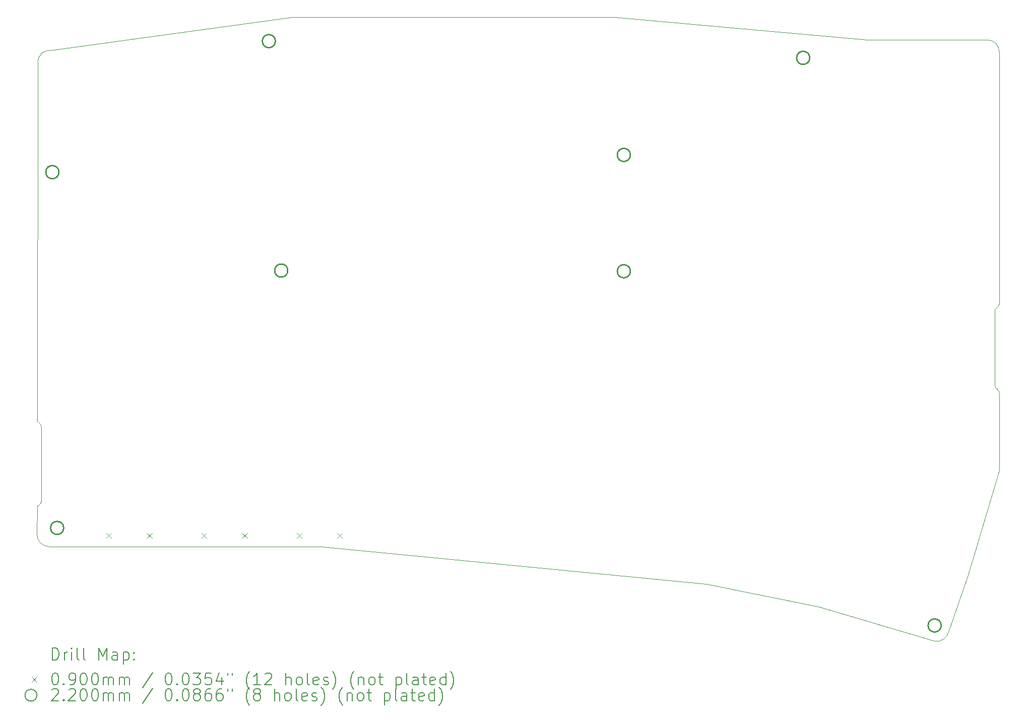
<source format=gbr>
%TF.GenerationSoftware,KiCad,Pcbnew,8.0.4+1*%
%TF.CreationDate,2024-08-17T00:02:33-04:00*%
%TF.ProjectId,iyada_baseplate,69796164-615f-4626-9173-65706c617465,rev?*%
%TF.SameCoordinates,Original*%
%TF.FileFunction,Drillmap*%
%TF.FilePolarity,Positive*%
%FSLAX45Y45*%
G04 Gerber Fmt 4.5, Leading zero omitted, Abs format (unit mm)*
G04 Created by KiCad (PCBNEW 8.0.4+1) date 2024-08-17 00:02:33*
%MOMM*%
%LPD*%
G01*
G04 APERTURE LIST*
%ADD10C,0.050000*%
%ADD11C,0.200000*%
%ADD12C,0.100000*%
%ADD13C,0.220000*%
G04 APERTURE END LIST*
D10*
X16633387Y-4293561D02*
X11295900Y-4293500D01*
X20100000Y-14201000D02*
X22050419Y-14777146D01*
X11258261Y-4297183D02*
X7184700Y-4851200D01*
X23108200Y-10548429D02*
G75*
G02*
X23067502Y-10484000I30650J64429D01*
G01*
X22613000Y-13670000D02*
X23140624Y-11903940D01*
X22939600Y-4676700D02*
X20923139Y-4676883D01*
X23140624Y-11903940D02*
X23138642Y-10606705D01*
X11753000Y-13195000D02*
X18209000Y-13820000D01*
X6973858Y-12548705D02*
G75*
G02*
X7014557Y-12484274I71342J5D01*
G01*
X23066154Y-9234000D02*
G75*
G02*
X23106853Y-9169571I71346J0D01*
G01*
X7003300Y-11111571D02*
G75*
G02*
X7043998Y-11176000I-30650J-64429D01*
G01*
X22613000Y-13670000D02*
X22287630Y-14623099D01*
X18209000Y-13820000D02*
X20100000Y-14201000D01*
X22287630Y-14623099D02*
G75*
G02*
X22050418Y-14777150I-195630J41579D01*
G01*
X7044500Y-11426000D02*
X7045000Y-12426000D01*
X6984700Y-5051200D02*
G75*
G02*
X7184700Y-4851200I200000J0D01*
G01*
X23066500Y-9234000D02*
X23067000Y-9484000D01*
X6972858Y-11053295D02*
X6984700Y-5051200D01*
X23108200Y-10548429D02*
G75*
G02*
X23138637Y-10606705I-40560J-58271D01*
G01*
X11258261Y-4297183D02*
G75*
G02*
X11295900Y-4293499I35989J-173577D01*
G01*
X22939600Y-4676700D02*
G75*
G02*
X23139600Y-4876700I0J-200000D01*
G01*
X7172229Y-13188821D02*
G75*
G02*
X6972229Y-12988821I1J200001D01*
G01*
X20923139Y-4676883D02*
X16671026Y-4297245D01*
X7044000Y-11176000D02*
X7044500Y-11426000D01*
X7172229Y-13188821D02*
X11753000Y-13195000D01*
X7045000Y-12426000D02*
G75*
G02*
X7014558Y-12484276I-71000J0D01*
G01*
X23067500Y-10484000D02*
X23067000Y-9484000D01*
X6973858Y-12548705D02*
X6972229Y-12988821D01*
X23137295Y-9111295D02*
X23139600Y-4876700D01*
X7003300Y-11111571D02*
G75*
G02*
X6972863Y-11053295I40560J58271D01*
G01*
X23137295Y-9111295D02*
G75*
G02*
X23106854Y-9169573I-70995J-5D01*
G01*
X16633387Y-4293561D02*
G75*
G02*
X16671026Y-4297245I1653J-177259D01*
G01*
D11*
D12*
X8133000Y-12962000D02*
X8223000Y-13052000D01*
X8223000Y-12962000D02*
X8133000Y-13052000D01*
X8133000Y-12962000D02*
X8223000Y-13052000D01*
X8223000Y-12962000D02*
X8133000Y-13052000D01*
X8813000Y-12962000D02*
X8903000Y-13052000D01*
X8903000Y-12962000D02*
X8813000Y-13052000D01*
X8813000Y-12962000D02*
X8903000Y-13052000D01*
X8903000Y-12962000D02*
X8813000Y-13052000D01*
X9733000Y-12962000D02*
X9823000Y-13052000D01*
X9823000Y-12962000D02*
X9733000Y-13052000D01*
X9733000Y-12962000D02*
X9823000Y-13052000D01*
X9823000Y-12962000D02*
X9733000Y-13052000D01*
X10413000Y-12962000D02*
X10503000Y-13052000D01*
X10503000Y-12962000D02*
X10413000Y-13052000D01*
X10413000Y-12962000D02*
X10503000Y-13052000D01*
X10503000Y-12962000D02*
X10413000Y-13052000D01*
X11333000Y-12962000D02*
X11423000Y-13052000D01*
X11423000Y-12962000D02*
X11333000Y-13052000D01*
X11333000Y-12962000D02*
X11423000Y-13052000D01*
X11423000Y-12962000D02*
X11333000Y-13052000D01*
X12013000Y-12962000D02*
X12103000Y-13052000D01*
X12103000Y-12962000D02*
X12013000Y-13052000D01*
X12013000Y-12962000D02*
X12103000Y-13052000D01*
X12103000Y-12962000D02*
X12013000Y-13052000D01*
D13*
X7339500Y-6898500D02*
G75*
G02*
X7119500Y-6898500I-110000J0D01*
G01*
X7119500Y-6898500D02*
G75*
G02*
X7339500Y-6898500I110000J0D01*
G01*
X7420000Y-12877000D02*
G75*
G02*
X7200000Y-12877000I-110000J0D01*
G01*
X7200000Y-12877000D02*
G75*
G02*
X7420000Y-12877000I110000J0D01*
G01*
X10977000Y-4697000D02*
G75*
G02*
X10757000Y-4697000I-110000J0D01*
G01*
X10757000Y-4697000D02*
G75*
G02*
X10977000Y-4697000I110000J0D01*
G01*
X11185000Y-8552000D02*
G75*
G02*
X10965000Y-8552000I-110000J0D01*
G01*
X10965000Y-8552000D02*
G75*
G02*
X11185000Y-8552000I110000J0D01*
G01*
X16941000Y-6609000D02*
G75*
G02*
X16721000Y-6609000I-110000J0D01*
G01*
X16721000Y-6609000D02*
G75*
G02*
X16941000Y-6609000I110000J0D01*
G01*
X16941000Y-8564000D02*
G75*
G02*
X16721000Y-8564000I-110000J0D01*
G01*
X16721000Y-8564000D02*
G75*
G02*
X16941000Y-8564000I110000J0D01*
G01*
X19954000Y-4977000D02*
G75*
G02*
X19734000Y-4977000I-110000J0D01*
G01*
X19734000Y-4977000D02*
G75*
G02*
X19954000Y-4977000I110000J0D01*
G01*
X22163000Y-14516000D02*
G75*
G02*
X21943000Y-14516000I-110000J0D01*
G01*
X21943000Y-14516000D02*
G75*
G02*
X22163000Y-14516000I110000J0D01*
G01*
D11*
X7230505Y-15095504D02*
X7230505Y-14895504D01*
X7230505Y-14895504D02*
X7278124Y-14895504D01*
X7278124Y-14895504D02*
X7306696Y-14905028D01*
X7306696Y-14905028D02*
X7325743Y-14924075D01*
X7325743Y-14924075D02*
X7335267Y-14943123D01*
X7335267Y-14943123D02*
X7344791Y-14981218D01*
X7344791Y-14981218D02*
X7344791Y-15009790D01*
X7344791Y-15009790D02*
X7335267Y-15047885D01*
X7335267Y-15047885D02*
X7325743Y-15066932D01*
X7325743Y-15066932D02*
X7306696Y-15085980D01*
X7306696Y-15085980D02*
X7278124Y-15095504D01*
X7278124Y-15095504D02*
X7230505Y-15095504D01*
X7430505Y-15095504D02*
X7430505Y-14962171D01*
X7430505Y-15000266D02*
X7440029Y-14981218D01*
X7440029Y-14981218D02*
X7449553Y-14971694D01*
X7449553Y-14971694D02*
X7468601Y-14962171D01*
X7468601Y-14962171D02*
X7487648Y-14962171D01*
X7554315Y-15095504D02*
X7554315Y-14962171D01*
X7554315Y-14895504D02*
X7544791Y-14905028D01*
X7544791Y-14905028D02*
X7554315Y-14914552D01*
X7554315Y-14914552D02*
X7563839Y-14905028D01*
X7563839Y-14905028D02*
X7554315Y-14895504D01*
X7554315Y-14895504D02*
X7554315Y-14914552D01*
X7678124Y-15095504D02*
X7659077Y-15085980D01*
X7659077Y-15085980D02*
X7649553Y-15066932D01*
X7649553Y-15066932D02*
X7649553Y-14895504D01*
X7782886Y-15095504D02*
X7763839Y-15085980D01*
X7763839Y-15085980D02*
X7754315Y-15066932D01*
X7754315Y-15066932D02*
X7754315Y-14895504D01*
X8011458Y-15095504D02*
X8011458Y-14895504D01*
X8011458Y-14895504D02*
X8078124Y-15038361D01*
X8078124Y-15038361D02*
X8144791Y-14895504D01*
X8144791Y-14895504D02*
X8144791Y-15095504D01*
X8325743Y-15095504D02*
X8325743Y-14990742D01*
X8325743Y-14990742D02*
X8316220Y-14971694D01*
X8316220Y-14971694D02*
X8297172Y-14962171D01*
X8297172Y-14962171D02*
X8259077Y-14962171D01*
X8259077Y-14962171D02*
X8240029Y-14971694D01*
X8325743Y-15085980D02*
X8306696Y-15095504D01*
X8306696Y-15095504D02*
X8259077Y-15095504D01*
X8259077Y-15095504D02*
X8240029Y-15085980D01*
X8240029Y-15085980D02*
X8230505Y-15066932D01*
X8230505Y-15066932D02*
X8230505Y-15047885D01*
X8230505Y-15047885D02*
X8240029Y-15028837D01*
X8240029Y-15028837D02*
X8259077Y-15019313D01*
X8259077Y-15019313D02*
X8306696Y-15019313D01*
X8306696Y-15019313D02*
X8325743Y-15009790D01*
X8420982Y-14962171D02*
X8420982Y-15162171D01*
X8420982Y-14971694D02*
X8440029Y-14962171D01*
X8440029Y-14962171D02*
X8478125Y-14962171D01*
X8478125Y-14962171D02*
X8497172Y-14971694D01*
X8497172Y-14971694D02*
X8506696Y-14981218D01*
X8506696Y-14981218D02*
X8516220Y-15000266D01*
X8516220Y-15000266D02*
X8516220Y-15057409D01*
X8516220Y-15057409D02*
X8506696Y-15076456D01*
X8506696Y-15076456D02*
X8497172Y-15085980D01*
X8497172Y-15085980D02*
X8478125Y-15095504D01*
X8478125Y-15095504D02*
X8440029Y-15095504D01*
X8440029Y-15095504D02*
X8420982Y-15085980D01*
X8601934Y-15076456D02*
X8611458Y-15085980D01*
X8611458Y-15085980D02*
X8601934Y-15095504D01*
X8601934Y-15095504D02*
X8592410Y-15085980D01*
X8592410Y-15085980D02*
X8601934Y-15076456D01*
X8601934Y-15076456D02*
X8601934Y-15095504D01*
X8601934Y-14971694D02*
X8611458Y-14981218D01*
X8611458Y-14981218D02*
X8601934Y-14990742D01*
X8601934Y-14990742D02*
X8592410Y-14981218D01*
X8592410Y-14981218D02*
X8601934Y-14971694D01*
X8601934Y-14971694D02*
X8601934Y-14990742D01*
D12*
X6879729Y-15379020D02*
X6969729Y-15469020D01*
X6969729Y-15379020D02*
X6879729Y-15469020D01*
D11*
X7268601Y-15315504D02*
X7287648Y-15315504D01*
X7287648Y-15315504D02*
X7306696Y-15325028D01*
X7306696Y-15325028D02*
X7316220Y-15334552D01*
X7316220Y-15334552D02*
X7325743Y-15353599D01*
X7325743Y-15353599D02*
X7335267Y-15391694D01*
X7335267Y-15391694D02*
X7335267Y-15439313D01*
X7335267Y-15439313D02*
X7325743Y-15477409D01*
X7325743Y-15477409D02*
X7316220Y-15496456D01*
X7316220Y-15496456D02*
X7306696Y-15505980D01*
X7306696Y-15505980D02*
X7287648Y-15515504D01*
X7287648Y-15515504D02*
X7268601Y-15515504D01*
X7268601Y-15515504D02*
X7249553Y-15505980D01*
X7249553Y-15505980D02*
X7240029Y-15496456D01*
X7240029Y-15496456D02*
X7230505Y-15477409D01*
X7230505Y-15477409D02*
X7220982Y-15439313D01*
X7220982Y-15439313D02*
X7220982Y-15391694D01*
X7220982Y-15391694D02*
X7230505Y-15353599D01*
X7230505Y-15353599D02*
X7240029Y-15334552D01*
X7240029Y-15334552D02*
X7249553Y-15325028D01*
X7249553Y-15325028D02*
X7268601Y-15315504D01*
X7420982Y-15496456D02*
X7430505Y-15505980D01*
X7430505Y-15505980D02*
X7420982Y-15515504D01*
X7420982Y-15515504D02*
X7411458Y-15505980D01*
X7411458Y-15505980D02*
X7420982Y-15496456D01*
X7420982Y-15496456D02*
X7420982Y-15515504D01*
X7525743Y-15515504D02*
X7563839Y-15515504D01*
X7563839Y-15515504D02*
X7582886Y-15505980D01*
X7582886Y-15505980D02*
X7592410Y-15496456D01*
X7592410Y-15496456D02*
X7611458Y-15467885D01*
X7611458Y-15467885D02*
X7620982Y-15429790D01*
X7620982Y-15429790D02*
X7620982Y-15353599D01*
X7620982Y-15353599D02*
X7611458Y-15334552D01*
X7611458Y-15334552D02*
X7601934Y-15325028D01*
X7601934Y-15325028D02*
X7582886Y-15315504D01*
X7582886Y-15315504D02*
X7544791Y-15315504D01*
X7544791Y-15315504D02*
X7525743Y-15325028D01*
X7525743Y-15325028D02*
X7516220Y-15334552D01*
X7516220Y-15334552D02*
X7506696Y-15353599D01*
X7506696Y-15353599D02*
X7506696Y-15401218D01*
X7506696Y-15401218D02*
X7516220Y-15420266D01*
X7516220Y-15420266D02*
X7525743Y-15429790D01*
X7525743Y-15429790D02*
X7544791Y-15439313D01*
X7544791Y-15439313D02*
X7582886Y-15439313D01*
X7582886Y-15439313D02*
X7601934Y-15429790D01*
X7601934Y-15429790D02*
X7611458Y-15420266D01*
X7611458Y-15420266D02*
X7620982Y-15401218D01*
X7744791Y-15315504D02*
X7763839Y-15315504D01*
X7763839Y-15315504D02*
X7782886Y-15325028D01*
X7782886Y-15325028D02*
X7792410Y-15334552D01*
X7792410Y-15334552D02*
X7801934Y-15353599D01*
X7801934Y-15353599D02*
X7811458Y-15391694D01*
X7811458Y-15391694D02*
X7811458Y-15439313D01*
X7811458Y-15439313D02*
X7801934Y-15477409D01*
X7801934Y-15477409D02*
X7792410Y-15496456D01*
X7792410Y-15496456D02*
X7782886Y-15505980D01*
X7782886Y-15505980D02*
X7763839Y-15515504D01*
X7763839Y-15515504D02*
X7744791Y-15515504D01*
X7744791Y-15515504D02*
X7725743Y-15505980D01*
X7725743Y-15505980D02*
X7716220Y-15496456D01*
X7716220Y-15496456D02*
X7706696Y-15477409D01*
X7706696Y-15477409D02*
X7697172Y-15439313D01*
X7697172Y-15439313D02*
X7697172Y-15391694D01*
X7697172Y-15391694D02*
X7706696Y-15353599D01*
X7706696Y-15353599D02*
X7716220Y-15334552D01*
X7716220Y-15334552D02*
X7725743Y-15325028D01*
X7725743Y-15325028D02*
X7744791Y-15315504D01*
X7935267Y-15315504D02*
X7954315Y-15315504D01*
X7954315Y-15315504D02*
X7973363Y-15325028D01*
X7973363Y-15325028D02*
X7982886Y-15334552D01*
X7982886Y-15334552D02*
X7992410Y-15353599D01*
X7992410Y-15353599D02*
X8001934Y-15391694D01*
X8001934Y-15391694D02*
X8001934Y-15439313D01*
X8001934Y-15439313D02*
X7992410Y-15477409D01*
X7992410Y-15477409D02*
X7982886Y-15496456D01*
X7982886Y-15496456D02*
X7973363Y-15505980D01*
X7973363Y-15505980D02*
X7954315Y-15515504D01*
X7954315Y-15515504D02*
X7935267Y-15515504D01*
X7935267Y-15515504D02*
X7916220Y-15505980D01*
X7916220Y-15505980D02*
X7906696Y-15496456D01*
X7906696Y-15496456D02*
X7897172Y-15477409D01*
X7897172Y-15477409D02*
X7887648Y-15439313D01*
X7887648Y-15439313D02*
X7887648Y-15391694D01*
X7887648Y-15391694D02*
X7897172Y-15353599D01*
X7897172Y-15353599D02*
X7906696Y-15334552D01*
X7906696Y-15334552D02*
X7916220Y-15325028D01*
X7916220Y-15325028D02*
X7935267Y-15315504D01*
X8087648Y-15515504D02*
X8087648Y-15382171D01*
X8087648Y-15401218D02*
X8097172Y-15391694D01*
X8097172Y-15391694D02*
X8116220Y-15382171D01*
X8116220Y-15382171D02*
X8144791Y-15382171D01*
X8144791Y-15382171D02*
X8163839Y-15391694D01*
X8163839Y-15391694D02*
X8173363Y-15410742D01*
X8173363Y-15410742D02*
X8173363Y-15515504D01*
X8173363Y-15410742D02*
X8182886Y-15391694D01*
X8182886Y-15391694D02*
X8201934Y-15382171D01*
X8201934Y-15382171D02*
X8230505Y-15382171D01*
X8230505Y-15382171D02*
X8249553Y-15391694D01*
X8249553Y-15391694D02*
X8259077Y-15410742D01*
X8259077Y-15410742D02*
X8259077Y-15515504D01*
X8354315Y-15515504D02*
X8354315Y-15382171D01*
X8354315Y-15401218D02*
X8363839Y-15391694D01*
X8363839Y-15391694D02*
X8382886Y-15382171D01*
X8382886Y-15382171D02*
X8411458Y-15382171D01*
X8411458Y-15382171D02*
X8430506Y-15391694D01*
X8430506Y-15391694D02*
X8440029Y-15410742D01*
X8440029Y-15410742D02*
X8440029Y-15515504D01*
X8440029Y-15410742D02*
X8449553Y-15391694D01*
X8449553Y-15391694D02*
X8468601Y-15382171D01*
X8468601Y-15382171D02*
X8497172Y-15382171D01*
X8497172Y-15382171D02*
X8516220Y-15391694D01*
X8516220Y-15391694D02*
X8525744Y-15410742D01*
X8525744Y-15410742D02*
X8525744Y-15515504D01*
X8916220Y-15305980D02*
X8744791Y-15563123D01*
X9173363Y-15315504D02*
X9192410Y-15315504D01*
X9192410Y-15315504D02*
X9211458Y-15325028D01*
X9211458Y-15325028D02*
X9220982Y-15334552D01*
X9220982Y-15334552D02*
X9230506Y-15353599D01*
X9230506Y-15353599D02*
X9240029Y-15391694D01*
X9240029Y-15391694D02*
X9240029Y-15439313D01*
X9240029Y-15439313D02*
X9230506Y-15477409D01*
X9230506Y-15477409D02*
X9220982Y-15496456D01*
X9220982Y-15496456D02*
X9211458Y-15505980D01*
X9211458Y-15505980D02*
X9192410Y-15515504D01*
X9192410Y-15515504D02*
X9173363Y-15515504D01*
X9173363Y-15515504D02*
X9154315Y-15505980D01*
X9154315Y-15505980D02*
X9144791Y-15496456D01*
X9144791Y-15496456D02*
X9135268Y-15477409D01*
X9135268Y-15477409D02*
X9125744Y-15439313D01*
X9125744Y-15439313D02*
X9125744Y-15391694D01*
X9125744Y-15391694D02*
X9135268Y-15353599D01*
X9135268Y-15353599D02*
X9144791Y-15334552D01*
X9144791Y-15334552D02*
X9154315Y-15325028D01*
X9154315Y-15325028D02*
X9173363Y-15315504D01*
X9325744Y-15496456D02*
X9335268Y-15505980D01*
X9335268Y-15505980D02*
X9325744Y-15515504D01*
X9325744Y-15515504D02*
X9316220Y-15505980D01*
X9316220Y-15505980D02*
X9325744Y-15496456D01*
X9325744Y-15496456D02*
X9325744Y-15515504D01*
X9459077Y-15315504D02*
X9478125Y-15315504D01*
X9478125Y-15315504D02*
X9497172Y-15325028D01*
X9497172Y-15325028D02*
X9506696Y-15334552D01*
X9506696Y-15334552D02*
X9516220Y-15353599D01*
X9516220Y-15353599D02*
X9525744Y-15391694D01*
X9525744Y-15391694D02*
X9525744Y-15439313D01*
X9525744Y-15439313D02*
X9516220Y-15477409D01*
X9516220Y-15477409D02*
X9506696Y-15496456D01*
X9506696Y-15496456D02*
X9497172Y-15505980D01*
X9497172Y-15505980D02*
X9478125Y-15515504D01*
X9478125Y-15515504D02*
X9459077Y-15515504D01*
X9459077Y-15515504D02*
X9440029Y-15505980D01*
X9440029Y-15505980D02*
X9430506Y-15496456D01*
X9430506Y-15496456D02*
X9420982Y-15477409D01*
X9420982Y-15477409D02*
X9411458Y-15439313D01*
X9411458Y-15439313D02*
X9411458Y-15391694D01*
X9411458Y-15391694D02*
X9420982Y-15353599D01*
X9420982Y-15353599D02*
X9430506Y-15334552D01*
X9430506Y-15334552D02*
X9440029Y-15325028D01*
X9440029Y-15325028D02*
X9459077Y-15315504D01*
X9592410Y-15315504D02*
X9716220Y-15315504D01*
X9716220Y-15315504D02*
X9649553Y-15391694D01*
X9649553Y-15391694D02*
X9678125Y-15391694D01*
X9678125Y-15391694D02*
X9697172Y-15401218D01*
X9697172Y-15401218D02*
X9706696Y-15410742D01*
X9706696Y-15410742D02*
X9716220Y-15429790D01*
X9716220Y-15429790D02*
X9716220Y-15477409D01*
X9716220Y-15477409D02*
X9706696Y-15496456D01*
X9706696Y-15496456D02*
X9697172Y-15505980D01*
X9697172Y-15505980D02*
X9678125Y-15515504D01*
X9678125Y-15515504D02*
X9620982Y-15515504D01*
X9620982Y-15515504D02*
X9601934Y-15505980D01*
X9601934Y-15505980D02*
X9592410Y-15496456D01*
X9897172Y-15315504D02*
X9801934Y-15315504D01*
X9801934Y-15315504D02*
X9792410Y-15410742D01*
X9792410Y-15410742D02*
X9801934Y-15401218D01*
X9801934Y-15401218D02*
X9820982Y-15391694D01*
X9820982Y-15391694D02*
X9868601Y-15391694D01*
X9868601Y-15391694D02*
X9887649Y-15401218D01*
X9887649Y-15401218D02*
X9897172Y-15410742D01*
X9897172Y-15410742D02*
X9906696Y-15429790D01*
X9906696Y-15429790D02*
X9906696Y-15477409D01*
X9906696Y-15477409D02*
X9897172Y-15496456D01*
X9897172Y-15496456D02*
X9887649Y-15505980D01*
X9887649Y-15505980D02*
X9868601Y-15515504D01*
X9868601Y-15515504D02*
X9820982Y-15515504D01*
X9820982Y-15515504D02*
X9801934Y-15505980D01*
X9801934Y-15505980D02*
X9792410Y-15496456D01*
X10078125Y-15382171D02*
X10078125Y-15515504D01*
X10030506Y-15305980D02*
X9982887Y-15448837D01*
X9982887Y-15448837D02*
X10106696Y-15448837D01*
X10173363Y-15315504D02*
X10173363Y-15353599D01*
X10249553Y-15315504D02*
X10249553Y-15353599D01*
X10544792Y-15591694D02*
X10535268Y-15582171D01*
X10535268Y-15582171D02*
X10516220Y-15553599D01*
X10516220Y-15553599D02*
X10506696Y-15534552D01*
X10506696Y-15534552D02*
X10497172Y-15505980D01*
X10497172Y-15505980D02*
X10487649Y-15458361D01*
X10487649Y-15458361D02*
X10487649Y-15420266D01*
X10487649Y-15420266D02*
X10497172Y-15372647D01*
X10497172Y-15372647D02*
X10506696Y-15344075D01*
X10506696Y-15344075D02*
X10516220Y-15325028D01*
X10516220Y-15325028D02*
X10535268Y-15296456D01*
X10535268Y-15296456D02*
X10544792Y-15286932D01*
X10725744Y-15515504D02*
X10611458Y-15515504D01*
X10668601Y-15515504D02*
X10668601Y-15315504D01*
X10668601Y-15315504D02*
X10649553Y-15344075D01*
X10649553Y-15344075D02*
X10630506Y-15363123D01*
X10630506Y-15363123D02*
X10611458Y-15372647D01*
X10801934Y-15334552D02*
X10811458Y-15325028D01*
X10811458Y-15325028D02*
X10830506Y-15315504D01*
X10830506Y-15315504D02*
X10878125Y-15315504D01*
X10878125Y-15315504D02*
X10897172Y-15325028D01*
X10897172Y-15325028D02*
X10906696Y-15334552D01*
X10906696Y-15334552D02*
X10916220Y-15353599D01*
X10916220Y-15353599D02*
X10916220Y-15372647D01*
X10916220Y-15372647D02*
X10906696Y-15401218D01*
X10906696Y-15401218D02*
X10792411Y-15515504D01*
X10792411Y-15515504D02*
X10916220Y-15515504D01*
X11154315Y-15515504D02*
X11154315Y-15315504D01*
X11240030Y-15515504D02*
X11240030Y-15410742D01*
X11240030Y-15410742D02*
X11230506Y-15391694D01*
X11230506Y-15391694D02*
X11211458Y-15382171D01*
X11211458Y-15382171D02*
X11182887Y-15382171D01*
X11182887Y-15382171D02*
X11163839Y-15391694D01*
X11163839Y-15391694D02*
X11154315Y-15401218D01*
X11363839Y-15515504D02*
X11344791Y-15505980D01*
X11344791Y-15505980D02*
X11335268Y-15496456D01*
X11335268Y-15496456D02*
X11325744Y-15477409D01*
X11325744Y-15477409D02*
X11325744Y-15420266D01*
X11325744Y-15420266D02*
X11335268Y-15401218D01*
X11335268Y-15401218D02*
X11344791Y-15391694D01*
X11344791Y-15391694D02*
X11363839Y-15382171D01*
X11363839Y-15382171D02*
X11392411Y-15382171D01*
X11392411Y-15382171D02*
X11411458Y-15391694D01*
X11411458Y-15391694D02*
X11420982Y-15401218D01*
X11420982Y-15401218D02*
X11430506Y-15420266D01*
X11430506Y-15420266D02*
X11430506Y-15477409D01*
X11430506Y-15477409D02*
X11420982Y-15496456D01*
X11420982Y-15496456D02*
X11411458Y-15505980D01*
X11411458Y-15505980D02*
X11392411Y-15515504D01*
X11392411Y-15515504D02*
X11363839Y-15515504D01*
X11544791Y-15515504D02*
X11525744Y-15505980D01*
X11525744Y-15505980D02*
X11516220Y-15486932D01*
X11516220Y-15486932D02*
X11516220Y-15315504D01*
X11697172Y-15505980D02*
X11678125Y-15515504D01*
X11678125Y-15515504D02*
X11640030Y-15515504D01*
X11640030Y-15515504D02*
X11620982Y-15505980D01*
X11620982Y-15505980D02*
X11611458Y-15486932D01*
X11611458Y-15486932D02*
X11611458Y-15410742D01*
X11611458Y-15410742D02*
X11620982Y-15391694D01*
X11620982Y-15391694D02*
X11640030Y-15382171D01*
X11640030Y-15382171D02*
X11678125Y-15382171D01*
X11678125Y-15382171D02*
X11697172Y-15391694D01*
X11697172Y-15391694D02*
X11706696Y-15410742D01*
X11706696Y-15410742D02*
X11706696Y-15429790D01*
X11706696Y-15429790D02*
X11611458Y-15448837D01*
X11782887Y-15505980D02*
X11801934Y-15515504D01*
X11801934Y-15515504D02*
X11840030Y-15515504D01*
X11840030Y-15515504D02*
X11859077Y-15505980D01*
X11859077Y-15505980D02*
X11868601Y-15486932D01*
X11868601Y-15486932D02*
X11868601Y-15477409D01*
X11868601Y-15477409D02*
X11859077Y-15458361D01*
X11859077Y-15458361D02*
X11840030Y-15448837D01*
X11840030Y-15448837D02*
X11811458Y-15448837D01*
X11811458Y-15448837D02*
X11792411Y-15439313D01*
X11792411Y-15439313D02*
X11782887Y-15420266D01*
X11782887Y-15420266D02*
X11782887Y-15410742D01*
X11782887Y-15410742D02*
X11792411Y-15391694D01*
X11792411Y-15391694D02*
X11811458Y-15382171D01*
X11811458Y-15382171D02*
X11840030Y-15382171D01*
X11840030Y-15382171D02*
X11859077Y-15391694D01*
X11935268Y-15591694D02*
X11944792Y-15582171D01*
X11944792Y-15582171D02*
X11963839Y-15553599D01*
X11963839Y-15553599D02*
X11973363Y-15534552D01*
X11973363Y-15534552D02*
X11982887Y-15505980D01*
X11982887Y-15505980D02*
X11992411Y-15458361D01*
X11992411Y-15458361D02*
X11992411Y-15420266D01*
X11992411Y-15420266D02*
X11982887Y-15372647D01*
X11982887Y-15372647D02*
X11973363Y-15344075D01*
X11973363Y-15344075D02*
X11963839Y-15325028D01*
X11963839Y-15325028D02*
X11944792Y-15296456D01*
X11944792Y-15296456D02*
X11935268Y-15286932D01*
X12297173Y-15591694D02*
X12287649Y-15582171D01*
X12287649Y-15582171D02*
X12268601Y-15553599D01*
X12268601Y-15553599D02*
X12259077Y-15534552D01*
X12259077Y-15534552D02*
X12249553Y-15505980D01*
X12249553Y-15505980D02*
X12240030Y-15458361D01*
X12240030Y-15458361D02*
X12240030Y-15420266D01*
X12240030Y-15420266D02*
X12249553Y-15372647D01*
X12249553Y-15372647D02*
X12259077Y-15344075D01*
X12259077Y-15344075D02*
X12268601Y-15325028D01*
X12268601Y-15325028D02*
X12287649Y-15296456D01*
X12287649Y-15296456D02*
X12297173Y-15286932D01*
X12373363Y-15382171D02*
X12373363Y-15515504D01*
X12373363Y-15401218D02*
X12382887Y-15391694D01*
X12382887Y-15391694D02*
X12401934Y-15382171D01*
X12401934Y-15382171D02*
X12430506Y-15382171D01*
X12430506Y-15382171D02*
X12449553Y-15391694D01*
X12449553Y-15391694D02*
X12459077Y-15410742D01*
X12459077Y-15410742D02*
X12459077Y-15515504D01*
X12582887Y-15515504D02*
X12563839Y-15505980D01*
X12563839Y-15505980D02*
X12554315Y-15496456D01*
X12554315Y-15496456D02*
X12544792Y-15477409D01*
X12544792Y-15477409D02*
X12544792Y-15420266D01*
X12544792Y-15420266D02*
X12554315Y-15401218D01*
X12554315Y-15401218D02*
X12563839Y-15391694D01*
X12563839Y-15391694D02*
X12582887Y-15382171D01*
X12582887Y-15382171D02*
X12611458Y-15382171D01*
X12611458Y-15382171D02*
X12630506Y-15391694D01*
X12630506Y-15391694D02*
X12640030Y-15401218D01*
X12640030Y-15401218D02*
X12649553Y-15420266D01*
X12649553Y-15420266D02*
X12649553Y-15477409D01*
X12649553Y-15477409D02*
X12640030Y-15496456D01*
X12640030Y-15496456D02*
X12630506Y-15505980D01*
X12630506Y-15505980D02*
X12611458Y-15515504D01*
X12611458Y-15515504D02*
X12582887Y-15515504D01*
X12706696Y-15382171D02*
X12782887Y-15382171D01*
X12735268Y-15315504D02*
X12735268Y-15486932D01*
X12735268Y-15486932D02*
X12744792Y-15505980D01*
X12744792Y-15505980D02*
X12763839Y-15515504D01*
X12763839Y-15515504D02*
X12782887Y-15515504D01*
X13001934Y-15382171D02*
X13001934Y-15582171D01*
X13001934Y-15391694D02*
X13020982Y-15382171D01*
X13020982Y-15382171D02*
X13059077Y-15382171D01*
X13059077Y-15382171D02*
X13078125Y-15391694D01*
X13078125Y-15391694D02*
X13087649Y-15401218D01*
X13087649Y-15401218D02*
X13097173Y-15420266D01*
X13097173Y-15420266D02*
X13097173Y-15477409D01*
X13097173Y-15477409D02*
X13087649Y-15496456D01*
X13087649Y-15496456D02*
X13078125Y-15505980D01*
X13078125Y-15505980D02*
X13059077Y-15515504D01*
X13059077Y-15515504D02*
X13020982Y-15515504D01*
X13020982Y-15515504D02*
X13001934Y-15505980D01*
X13211458Y-15515504D02*
X13192411Y-15505980D01*
X13192411Y-15505980D02*
X13182887Y-15486932D01*
X13182887Y-15486932D02*
X13182887Y-15315504D01*
X13373363Y-15515504D02*
X13373363Y-15410742D01*
X13373363Y-15410742D02*
X13363839Y-15391694D01*
X13363839Y-15391694D02*
X13344792Y-15382171D01*
X13344792Y-15382171D02*
X13306696Y-15382171D01*
X13306696Y-15382171D02*
X13287649Y-15391694D01*
X13373363Y-15505980D02*
X13354315Y-15515504D01*
X13354315Y-15515504D02*
X13306696Y-15515504D01*
X13306696Y-15515504D02*
X13287649Y-15505980D01*
X13287649Y-15505980D02*
X13278125Y-15486932D01*
X13278125Y-15486932D02*
X13278125Y-15467885D01*
X13278125Y-15467885D02*
X13287649Y-15448837D01*
X13287649Y-15448837D02*
X13306696Y-15439313D01*
X13306696Y-15439313D02*
X13354315Y-15439313D01*
X13354315Y-15439313D02*
X13373363Y-15429790D01*
X13440030Y-15382171D02*
X13516220Y-15382171D01*
X13468601Y-15315504D02*
X13468601Y-15486932D01*
X13468601Y-15486932D02*
X13478125Y-15505980D01*
X13478125Y-15505980D02*
X13497173Y-15515504D01*
X13497173Y-15515504D02*
X13516220Y-15515504D01*
X13659077Y-15505980D02*
X13640030Y-15515504D01*
X13640030Y-15515504D02*
X13601934Y-15515504D01*
X13601934Y-15515504D02*
X13582887Y-15505980D01*
X13582887Y-15505980D02*
X13573363Y-15486932D01*
X13573363Y-15486932D02*
X13573363Y-15410742D01*
X13573363Y-15410742D02*
X13582887Y-15391694D01*
X13582887Y-15391694D02*
X13601934Y-15382171D01*
X13601934Y-15382171D02*
X13640030Y-15382171D01*
X13640030Y-15382171D02*
X13659077Y-15391694D01*
X13659077Y-15391694D02*
X13668601Y-15410742D01*
X13668601Y-15410742D02*
X13668601Y-15429790D01*
X13668601Y-15429790D02*
X13573363Y-15448837D01*
X13840030Y-15515504D02*
X13840030Y-15315504D01*
X13840030Y-15505980D02*
X13820982Y-15515504D01*
X13820982Y-15515504D02*
X13782887Y-15515504D01*
X13782887Y-15515504D02*
X13763839Y-15505980D01*
X13763839Y-15505980D02*
X13754315Y-15496456D01*
X13754315Y-15496456D02*
X13744792Y-15477409D01*
X13744792Y-15477409D02*
X13744792Y-15420266D01*
X13744792Y-15420266D02*
X13754315Y-15401218D01*
X13754315Y-15401218D02*
X13763839Y-15391694D01*
X13763839Y-15391694D02*
X13782887Y-15382171D01*
X13782887Y-15382171D02*
X13820982Y-15382171D01*
X13820982Y-15382171D02*
X13840030Y-15391694D01*
X13916220Y-15591694D02*
X13925744Y-15582171D01*
X13925744Y-15582171D02*
X13944792Y-15553599D01*
X13944792Y-15553599D02*
X13954315Y-15534552D01*
X13954315Y-15534552D02*
X13963839Y-15505980D01*
X13963839Y-15505980D02*
X13973363Y-15458361D01*
X13973363Y-15458361D02*
X13973363Y-15420266D01*
X13973363Y-15420266D02*
X13963839Y-15372647D01*
X13963839Y-15372647D02*
X13954315Y-15344075D01*
X13954315Y-15344075D02*
X13944792Y-15325028D01*
X13944792Y-15325028D02*
X13925744Y-15296456D01*
X13925744Y-15296456D02*
X13916220Y-15286932D01*
X6969729Y-15688020D02*
G75*
G02*
X6769729Y-15688020I-100000J0D01*
G01*
X6769729Y-15688020D02*
G75*
G02*
X6969729Y-15688020I100000J0D01*
G01*
X7220982Y-15598552D02*
X7230505Y-15589028D01*
X7230505Y-15589028D02*
X7249553Y-15579504D01*
X7249553Y-15579504D02*
X7297172Y-15579504D01*
X7297172Y-15579504D02*
X7316220Y-15589028D01*
X7316220Y-15589028D02*
X7325743Y-15598552D01*
X7325743Y-15598552D02*
X7335267Y-15617599D01*
X7335267Y-15617599D02*
X7335267Y-15636647D01*
X7335267Y-15636647D02*
X7325743Y-15665218D01*
X7325743Y-15665218D02*
X7211458Y-15779504D01*
X7211458Y-15779504D02*
X7335267Y-15779504D01*
X7420982Y-15760456D02*
X7430505Y-15769980D01*
X7430505Y-15769980D02*
X7420982Y-15779504D01*
X7420982Y-15779504D02*
X7411458Y-15769980D01*
X7411458Y-15769980D02*
X7420982Y-15760456D01*
X7420982Y-15760456D02*
X7420982Y-15779504D01*
X7506696Y-15598552D02*
X7516220Y-15589028D01*
X7516220Y-15589028D02*
X7535267Y-15579504D01*
X7535267Y-15579504D02*
X7582886Y-15579504D01*
X7582886Y-15579504D02*
X7601934Y-15589028D01*
X7601934Y-15589028D02*
X7611458Y-15598552D01*
X7611458Y-15598552D02*
X7620982Y-15617599D01*
X7620982Y-15617599D02*
X7620982Y-15636647D01*
X7620982Y-15636647D02*
X7611458Y-15665218D01*
X7611458Y-15665218D02*
X7497172Y-15779504D01*
X7497172Y-15779504D02*
X7620982Y-15779504D01*
X7744791Y-15579504D02*
X7763839Y-15579504D01*
X7763839Y-15579504D02*
X7782886Y-15589028D01*
X7782886Y-15589028D02*
X7792410Y-15598552D01*
X7792410Y-15598552D02*
X7801934Y-15617599D01*
X7801934Y-15617599D02*
X7811458Y-15655694D01*
X7811458Y-15655694D02*
X7811458Y-15703313D01*
X7811458Y-15703313D02*
X7801934Y-15741409D01*
X7801934Y-15741409D02*
X7792410Y-15760456D01*
X7792410Y-15760456D02*
X7782886Y-15769980D01*
X7782886Y-15769980D02*
X7763839Y-15779504D01*
X7763839Y-15779504D02*
X7744791Y-15779504D01*
X7744791Y-15779504D02*
X7725743Y-15769980D01*
X7725743Y-15769980D02*
X7716220Y-15760456D01*
X7716220Y-15760456D02*
X7706696Y-15741409D01*
X7706696Y-15741409D02*
X7697172Y-15703313D01*
X7697172Y-15703313D02*
X7697172Y-15655694D01*
X7697172Y-15655694D02*
X7706696Y-15617599D01*
X7706696Y-15617599D02*
X7716220Y-15598552D01*
X7716220Y-15598552D02*
X7725743Y-15589028D01*
X7725743Y-15589028D02*
X7744791Y-15579504D01*
X7935267Y-15579504D02*
X7954315Y-15579504D01*
X7954315Y-15579504D02*
X7973363Y-15589028D01*
X7973363Y-15589028D02*
X7982886Y-15598552D01*
X7982886Y-15598552D02*
X7992410Y-15617599D01*
X7992410Y-15617599D02*
X8001934Y-15655694D01*
X8001934Y-15655694D02*
X8001934Y-15703313D01*
X8001934Y-15703313D02*
X7992410Y-15741409D01*
X7992410Y-15741409D02*
X7982886Y-15760456D01*
X7982886Y-15760456D02*
X7973363Y-15769980D01*
X7973363Y-15769980D02*
X7954315Y-15779504D01*
X7954315Y-15779504D02*
X7935267Y-15779504D01*
X7935267Y-15779504D02*
X7916220Y-15769980D01*
X7916220Y-15769980D02*
X7906696Y-15760456D01*
X7906696Y-15760456D02*
X7897172Y-15741409D01*
X7897172Y-15741409D02*
X7887648Y-15703313D01*
X7887648Y-15703313D02*
X7887648Y-15655694D01*
X7887648Y-15655694D02*
X7897172Y-15617599D01*
X7897172Y-15617599D02*
X7906696Y-15598552D01*
X7906696Y-15598552D02*
X7916220Y-15589028D01*
X7916220Y-15589028D02*
X7935267Y-15579504D01*
X8087648Y-15779504D02*
X8087648Y-15646171D01*
X8087648Y-15665218D02*
X8097172Y-15655694D01*
X8097172Y-15655694D02*
X8116220Y-15646171D01*
X8116220Y-15646171D02*
X8144791Y-15646171D01*
X8144791Y-15646171D02*
X8163839Y-15655694D01*
X8163839Y-15655694D02*
X8173363Y-15674742D01*
X8173363Y-15674742D02*
X8173363Y-15779504D01*
X8173363Y-15674742D02*
X8182886Y-15655694D01*
X8182886Y-15655694D02*
X8201934Y-15646171D01*
X8201934Y-15646171D02*
X8230505Y-15646171D01*
X8230505Y-15646171D02*
X8249553Y-15655694D01*
X8249553Y-15655694D02*
X8259077Y-15674742D01*
X8259077Y-15674742D02*
X8259077Y-15779504D01*
X8354315Y-15779504D02*
X8354315Y-15646171D01*
X8354315Y-15665218D02*
X8363839Y-15655694D01*
X8363839Y-15655694D02*
X8382886Y-15646171D01*
X8382886Y-15646171D02*
X8411458Y-15646171D01*
X8411458Y-15646171D02*
X8430506Y-15655694D01*
X8430506Y-15655694D02*
X8440029Y-15674742D01*
X8440029Y-15674742D02*
X8440029Y-15779504D01*
X8440029Y-15674742D02*
X8449553Y-15655694D01*
X8449553Y-15655694D02*
X8468601Y-15646171D01*
X8468601Y-15646171D02*
X8497172Y-15646171D01*
X8497172Y-15646171D02*
X8516220Y-15655694D01*
X8516220Y-15655694D02*
X8525744Y-15674742D01*
X8525744Y-15674742D02*
X8525744Y-15779504D01*
X8916220Y-15569980D02*
X8744791Y-15827123D01*
X9173363Y-15579504D02*
X9192410Y-15579504D01*
X9192410Y-15579504D02*
X9211458Y-15589028D01*
X9211458Y-15589028D02*
X9220982Y-15598552D01*
X9220982Y-15598552D02*
X9230506Y-15617599D01*
X9230506Y-15617599D02*
X9240029Y-15655694D01*
X9240029Y-15655694D02*
X9240029Y-15703313D01*
X9240029Y-15703313D02*
X9230506Y-15741409D01*
X9230506Y-15741409D02*
X9220982Y-15760456D01*
X9220982Y-15760456D02*
X9211458Y-15769980D01*
X9211458Y-15769980D02*
X9192410Y-15779504D01*
X9192410Y-15779504D02*
X9173363Y-15779504D01*
X9173363Y-15779504D02*
X9154315Y-15769980D01*
X9154315Y-15769980D02*
X9144791Y-15760456D01*
X9144791Y-15760456D02*
X9135268Y-15741409D01*
X9135268Y-15741409D02*
X9125744Y-15703313D01*
X9125744Y-15703313D02*
X9125744Y-15655694D01*
X9125744Y-15655694D02*
X9135268Y-15617599D01*
X9135268Y-15617599D02*
X9144791Y-15598552D01*
X9144791Y-15598552D02*
X9154315Y-15589028D01*
X9154315Y-15589028D02*
X9173363Y-15579504D01*
X9325744Y-15760456D02*
X9335268Y-15769980D01*
X9335268Y-15769980D02*
X9325744Y-15779504D01*
X9325744Y-15779504D02*
X9316220Y-15769980D01*
X9316220Y-15769980D02*
X9325744Y-15760456D01*
X9325744Y-15760456D02*
X9325744Y-15779504D01*
X9459077Y-15579504D02*
X9478125Y-15579504D01*
X9478125Y-15579504D02*
X9497172Y-15589028D01*
X9497172Y-15589028D02*
X9506696Y-15598552D01*
X9506696Y-15598552D02*
X9516220Y-15617599D01*
X9516220Y-15617599D02*
X9525744Y-15655694D01*
X9525744Y-15655694D02*
X9525744Y-15703313D01*
X9525744Y-15703313D02*
X9516220Y-15741409D01*
X9516220Y-15741409D02*
X9506696Y-15760456D01*
X9506696Y-15760456D02*
X9497172Y-15769980D01*
X9497172Y-15769980D02*
X9478125Y-15779504D01*
X9478125Y-15779504D02*
X9459077Y-15779504D01*
X9459077Y-15779504D02*
X9440029Y-15769980D01*
X9440029Y-15769980D02*
X9430506Y-15760456D01*
X9430506Y-15760456D02*
X9420982Y-15741409D01*
X9420982Y-15741409D02*
X9411458Y-15703313D01*
X9411458Y-15703313D02*
X9411458Y-15655694D01*
X9411458Y-15655694D02*
X9420982Y-15617599D01*
X9420982Y-15617599D02*
X9430506Y-15598552D01*
X9430506Y-15598552D02*
X9440029Y-15589028D01*
X9440029Y-15589028D02*
X9459077Y-15579504D01*
X9640029Y-15665218D02*
X9620982Y-15655694D01*
X9620982Y-15655694D02*
X9611458Y-15646171D01*
X9611458Y-15646171D02*
X9601934Y-15627123D01*
X9601934Y-15627123D02*
X9601934Y-15617599D01*
X9601934Y-15617599D02*
X9611458Y-15598552D01*
X9611458Y-15598552D02*
X9620982Y-15589028D01*
X9620982Y-15589028D02*
X9640029Y-15579504D01*
X9640029Y-15579504D02*
X9678125Y-15579504D01*
X9678125Y-15579504D02*
X9697172Y-15589028D01*
X9697172Y-15589028D02*
X9706696Y-15598552D01*
X9706696Y-15598552D02*
X9716220Y-15617599D01*
X9716220Y-15617599D02*
X9716220Y-15627123D01*
X9716220Y-15627123D02*
X9706696Y-15646171D01*
X9706696Y-15646171D02*
X9697172Y-15655694D01*
X9697172Y-15655694D02*
X9678125Y-15665218D01*
X9678125Y-15665218D02*
X9640029Y-15665218D01*
X9640029Y-15665218D02*
X9620982Y-15674742D01*
X9620982Y-15674742D02*
X9611458Y-15684266D01*
X9611458Y-15684266D02*
X9601934Y-15703313D01*
X9601934Y-15703313D02*
X9601934Y-15741409D01*
X9601934Y-15741409D02*
X9611458Y-15760456D01*
X9611458Y-15760456D02*
X9620982Y-15769980D01*
X9620982Y-15769980D02*
X9640029Y-15779504D01*
X9640029Y-15779504D02*
X9678125Y-15779504D01*
X9678125Y-15779504D02*
X9697172Y-15769980D01*
X9697172Y-15769980D02*
X9706696Y-15760456D01*
X9706696Y-15760456D02*
X9716220Y-15741409D01*
X9716220Y-15741409D02*
X9716220Y-15703313D01*
X9716220Y-15703313D02*
X9706696Y-15684266D01*
X9706696Y-15684266D02*
X9697172Y-15674742D01*
X9697172Y-15674742D02*
X9678125Y-15665218D01*
X9887649Y-15579504D02*
X9849553Y-15579504D01*
X9849553Y-15579504D02*
X9830506Y-15589028D01*
X9830506Y-15589028D02*
X9820982Y-15598552D01*
X9820982Y-15598552D02*
X9801934Y-15627123D01*
X9801934Y-15627123D02*
X9792410Y-15665218D01*
X9792410Y-15665218D02*
X9792410Y-15741409D01*
X9792410Y-15741409D02*
X9801934Y-15760456D01*
X9801934Y-15760456D02*
X9811458Y-15769980D01*
X9811458Y-15769980D02*
X9830506Y-15779504D01*
X9830506Y-15779504D02*
X9868601Y-15779504D01*
X9868601Y-15779504D02*
X9887649Y-15769980D01*
X9887649Y-15769980D02*
X9897172Y-15760456D01*
X9897172Y-15760456D02*
X9906696Y-15741409D01*
X9906696Y-15741409D02*
X9906696Y-15693790D01*
X9906696Y-15693790D02*
X9897172Y-15674742D01*
X9897172Y-15674742D02*
X9887649Y-15665218D01*
X9887649Y-15665218D02*
X9868601Y-15655694D01*
X9868601Y-15655694D02*
X9830506Y-15655694D01*
X9830506Y-15655694D02*
X9811458Y-15665218D01*
X9811458Y-15665218D02*
X9801934Y-15674742D01*
X9801934Y-15674742D02*
X9792410Y-15693790D01*
X10078125Y-15579504D02*
X10040029Y-15579504D01*
X10040029Y-15579504D02*
X10020982Y-15589028D01*
X10020982Y-15589028D02*
X10011458Y-15598552D01*
X10011458Y-15598552D02*
X9992410Y-15627123D01*
X9992410Y-15627123D02*
X9982887Y-15665218D01*
X9982887Y-15665218D02*
X9982887Y-15741409D01*
X9982887Y-15741409D02*
X9992410Y-15760456D01*
X9992410Y-15760456D02*
X10001934Y-15769980D01*
X10001934Y-15769980D02*
X10020982Y-15779504D01*
X10020982Y-15779504D02*
X10059077Y-15779504D01*
X10059077Y-15779504D02*
X10078125Y-15769980D01*
X10078125Y-15769980D02*
X10087649Y-15760456D01*
X10087649Y-15760456D02*
X10097172Y-15741409D01*
X10097172Y-15741409D02*
X10097172Y-15693790D01*
X10097172Y-15693790D02*
X10087649Y-15674742D01*
X10087649Y-15674742D02*
X10078125Y-15665218D01*
X10078125Y-15665218D02*
X10059077Y-15655694D01*
X10059077Y-15655694D02*
X10020982Y-15655694D01*
X10020982Y-15655694D02*
X10001934Y-15665218D01*
X10001934Y-15665218D02*
X9992410Y-15674742D01*
X9992410Y-15674742D02*
X9982887Y-15693790D01*
X10173363Y-15579504D02*
X10173363Y-15617599D01*
X10249553Y-15579504D02*
X10249553Y-15617599D01*
X10544792Y-15855694D02*
X10535268Y-15846171D01*
X10535268Y-15846171D02*
X10516220Y-15817599D01*
X10516220Y-15817599D02*
X10506696Y-15798552D01*
X10506696Y-15798552D02*
X10497172Y-15769980D01*
X10497172Y-15769980D02*
X10487649Y-15722361D01*
X10487649Y-15722361D02*
X10487649Y-15684266D01*
X10487649Y-15684266D02*
X10497172Y-15636647D01*
X10497172Y-15636647D02*
X10506696Y-15608075D01*
X10506696Y-15608075D02*
X10516220Y-15589028D01*
X10516220Y-15589028D02*
X10535268Y-15560456D01*
X10535268Y-15560456D02*
X10544792Y-15550932D01*
X10649553Y-15665218D02*
X10630506Y-15655694D01*
X10630506Y-15655694D02*
X10620982Y-15646171D01*
X10620982Y-15646171D02*
X10611458Y-15627123D01*
X10611458Y-15627123D02*
X10611458Y-15617599D01*
X10611458Y-15617599D02*
X10620982Y-15598552D01*
X10620982Y-15598552D02*
X10630506Y-15589028D01*
X10630506Y-15589028D02*
X10649553Y-15579504D01*
X10649553Y-15579504D02*
X10687649Y-15579504D01*
X10687649Y-15579504D02*
X10706696Y-15589028D01*
X10706696Y-15589028D02*
X10716220Y-15598552D01*
X10716220Y-15598552D02*
X10725744Y-15617599D01*
X10725744Y-15617599D02*
X10725744Y-15627123D01*
X10725744Y-15627123D02*
X10716220Y-15646171D01*
X10716220Y-15646171D02*
X10706696Y-15655694D01*
X10706696Y-15655694D02*
X10687649Y-15665218D01*
X10687649Y-15665218D02*
X10649553Y-15665218D01*
X10649553Y-15665218D02*
X10630506Y-15674742D01*
X10630506Y-15674742D02*
X10620982Y-15684266D01*
X10620982Y-15684266D02*
X10611458Y-15703313D01*
X10611458Y-15703313D02*
X10611458Y-15741409D01*
X10611458Y-15741409D02*
X10620982Y-15760456D01*
X10620982Y-15760456D02*
X10630506Y-15769980D01*
X10630506Y-15769980D02*
X10649553Y-15779504D01*
X10649553Y-15779504D02*
X10687649Y-15779504D01*
X10687649Y-15779504D02*
X10706696Y-15769980D01*
X10706696Y-15769980D02*
X10716220Y-15760456D01*
X10716220Y-15760456D02*
X10725744Y-15741409D01*
X10725744Y-15741409D02*
X10725744Y-15703313D01*
X10725744Y-15703313D02*
X10716220Y-15684266D01*
X10716220Y-15684266D02*
X10706696Y-15674742D01*
X10706696Y-15674742D02*
X10687649Y-15665218D01*
X10963839Y-15779504D02*
X10963839Y-15579504D01*
X11049553Y-15779504D02*
X11049553Y-15674742D01*
X11049553Y-15674742D02*
X11040030Y-15655694D01*
X11040030Y-15655694D02*
X11020982Y-15646171D01*
X11020982Y-15646171D02*
X10992411Y-15646171D01*
X10992411Y-15646171D02*
X10973363Y-15655694D01*
X10973363Y-15655694D02*
X10963839Y-15665218D01*
X11173363Y-15779504D02*
X11154315Y-15769980D01*
X11154315Y-15769980D02*
X11144792Y-15760456D01*
X11144792Y-15760456D02*
X11135268Y-15741409D01*
X11135268Y-15741409D02*
X11135268Y-15684266D01*
X11135268Y-15684266D02*
X11144792Y-15665218D01*
X11144792Y-15665218D02*
X11154315Y-15655694D01*
X11154315Y-15655694D02*
X11173363Y-15646171D01*
X11173363Y-15646171D02*
X11201934Y-15646171D01*
X11201934Y-15646171D02*
X11220982Y-15655694D01*
X11220982Y-15655694D02*
X11230506Y-15665218D01*
X11230506Y-15665218D02*
X11240030Y-15684266D01*
X11240030Y-15684266D02*
X11240030Y-15741409D01*
X11240030Y-15741409D02*
X11230506Y-15760456D01*
X11230506Y-15760456D02*
X11220982Y-15769980D01*
X11220982Y-15769980D02*
X11201934Y-15779504D01*
X11201934Y-15779504D02*
X11173363Y-15779504D01*
X11354315Y-15779504D02*
X11335268Y-15769980D01*
X11335268Y-15769980D02*
X11325744Y-15750932D01*
X11325744Y-15750932D02*
X11325744Y-15579504D01*
X11506696Y-15769980D02*
X11487649Y-15779504D01*
X11487649Y-15779504D02*
X11449553Y-15779504D01*
X11449553Y-15779504D02*
X11430506Y-15769980D01*
X11430506Y-15769980D02*
X11420982Y-15750932D01*
X11420982Y-15750932D02*
X11420982Y-15674742D01*
X11420982Y-15674742D02*
X11430506Y-15655694D01*
X11430506Y-15655694D02*
X11449553Y-15646171D01*
X11449553Y-15646171D02*
X11487649Y-15646171D01*
X11487649Y-15646171D02*
X11506696Y-15655694D01*
X11506696Y-15655694D02*
X11516220Y-15674742D01*
X11516220Y-15674742D02*
X11516220Y-15693790D01*
X11516220Y-15693790D02*
X11420982Y-15712837D01*
X11592411Y-15769980D02*
X11611458Y-15779504D01*
X11611458Y-15779504D02*
X11649553Y-15779504D01*
X11649553Y-15779504D02*
X11668601Y-15769980D01*
X11668601Y-15769980D02*
X11678125Y-15750932D01*
X11678125Y-15750932D02*
X11678125Y-15741409D01*
X11678125Y-15741409D02*
X11668601Y-15722361D01*
X11668601Y-15722361D02*
X11649553Y-15712837D01*
X11649553Y-15712837D02*
X11620982Y-15712837D01*
X11620982Y-15712837D02*
X11601934Y-15703313D01*
X11601934Y-15703313D02*
X11592411Y-15684266D01*
X11592411Y-15684266D02*
X11592411Y-15674742D01*
X11592411Y-15674742D02*
X11601934Y-15655694D01*
X11601934Y-15655694D02*
X11620982Y-15646171D01*
X11620982Y-15646171D02*
X11649553Y-15646171D01*
X11649553Y-15646171D02*
X11668601Y-15655694D01*
X11744792Y-15855694D02*
X11754315Y-15846171D01*
X11754315Y-15846171D02*
X11773363Y-15817599D01*
X11773363Y-15817599D02*
X11782887Y-15798552D01*
X11782887Y-15798552D02*
X11792411Y-15769980D01*
X11792411Y-15769980D02*
X11801934Y-15722361D01*
X11801934Y-15722361D02*
X11801934Y-15684266D01*
X11801934Y-15684266D02*
X11792411Y-15636647D01*
X11792411Y-15636647D02*
X11782887Y-15608075D01*
X11782887Y-15608075D02*
X11773363Y-15589028D01*
X11773363Y-15589028D02*
X11754315Y-15560456D01*
X11754315Y-15560456D02*
X11744792Y-15550932D01*
X12106696Y-15855694D02*
X12097172Y-15846171D01*
X12097172Y-15846171D02*
X12078125Y-15817599D01*
X12078125Y-15817599D02*
X12068601Y-15798552D01*
X12068601Y-15798552D02*
X12059077Y-15769980D01*
X12059077Y-15769980D02*
X12049553Y-15722361D01*
X12049553Y-15722361D02*
X12049553Y-15684266D01*
X12049553Y-15684266D02*
X12059077Y-15636647D01*
X12059077Y-15636647D02*
X12068601Y-15608075D01*
X12068601Y-15608075D02*
X12078125Y-15589028D01*
X12078125Y-15589028D02*
X12097172Y-15560456D01*
X12097172Y-15560456D02*
X12106696Y-15550932D01*
X12182887Y-15646171D02*
X12182887Y-15779504D01*
X12182887Y-15665218D02*
X12192411Y-15655694D01*
X12192411Y-15655694D02*
X12211458Y-15646171D01*
X12211458Y-15646171D02*
X12240030Y-15646171D01*
X12240030Y-15646171D02*
X12259077Y-15655694D01*
X12259077Y-15655694D02*
X12268601Y-15674742D01*
X12268601Y-15674742D02*
X12268601Y-15779504D01*
X12392411Y-15779504D02*
X12373363Y-15769980D01*
X12373363Y-15769980D02*
X12363839Y-15760456D01*
X12363839Y-15760456D02*
X12354315Y-15741409D01*
X12354315Y-15741409D02*
X12354315Y-15684266D01*
X12354315Y-15684266D02*
X12363839Y-15665218D01*
X12363839Y-15665218D02*
X12373363Y-15655694D01*
X12373363Y-15655694D02*
X12392411Y-15646171D01*
X12392411Y-15646171D02*
X12420982Y-15646171D01*
X12420982Y-15646171D02*
X12440030Y-15655694D01*
X12440030Y-15655694D02*
X12449553Y-15665218D01*
X12449553Y-15665218D02*
X12459077Y-15684266D01*
X12459077Y-15684266D02*
X12459077Y-15741409D01*
X12459077Y-15741409D02*
X12449553Y-15760456D01*
X12449553Y-15760456D02*
X12440030Y-15769980D01*
X12440030Y-15769980D02*
X12420982Y-15779504D01*
X12420982Y-15779504D02*
X12392411Y-15779504D01*
X12516220Y-15646171D02*
X12592411Y-15646171D01*
X12544792Y-15579504D02*
X12544792Y-15750932D01*
X12544792Y-15750932D02*
X12554315Y-15769980D01*
X12554315Y-15769980D02*
X12573363Y-15779504D01*
X12573363Y-15779504D02*
X12592411Y-15779504D01*
X12811458Y-15646171D02*
X12811458Y-15846171D01*
X12811458Y-15655694D02*
X12830506Y-15646171D01*
X12830506Y-15646171D02*
X12868601Y-15646171D01*
X12868601Y-15646171D02*
X12887649Y-15655694D01*
X12887649Y-15655694D02*
X12897173Y-15665218D01*
X12897173Y-15665218D02*
X12906696Y-15684266D01*
X12906696Y-15684266D02*
X12906696Y-15741409D01*
X12906696Y-15741409D02*
X12897173Y-15760456D01*
X12897173Y-15760456D02*
X12887649Y-15769980D01*
X12887649Y-15769980D02*
X12868601Y-15779504D01*
X12868601Y-15779504D02*
X12830506Y-15779504D01*
X12830506Y-15779504D02*
X12811458Y-15769980D01*
X13020982Y-15779504D02*
X13001934Y-15769980D01*
X13001934Y-15769980D02*
X12992411Y-15750932D01*
X12992411Y-15750932D02*
X12992411Y-15579504D01*
X13182887Y-15779504D02*
X13182887Y-15674742D01*
X13182887Y-15674742D02*
X13173363Y-15655694D01*
X13173363Y-15655694D02*
X13154315Y-15646171D01*
X13154315Y-15646171D02*
X13116220Y-15646171D01*
X13116220Y-15646171D02*
X13097173Y-15655694D01*
X13182887Y-15769980D02*
X13163839Y-15779504D01*
X13163839Y-15779504D02*
X13116220Y-15779504D01*
X13116220Y-15779504D02*
X13097173Y-15769980D01*
X13097173Y-15769980D02*
X13087649Y-15750932D01*
X13087649Y-15750932D02*
X13087649Y-15731885D01*
X13087649Y-15731885D02*
X13097173Y-15712837D01*
X13097173Y-15712837D02*
X13116220Y-15703313D01*
X13116220Y-15703313D02*
X13163839Y-15703313D01*
X13163839Y-15703313D02*
X13182887Y-15693790D01*
X13249554Y-15646171D02*
X13325744Y-15646171D01*
X13278125Y-15579504D02*
X13278125Y-15750932D01*
X13278125Y-15750932D02*
X13287649Y-15769980D01*
X13287649Y-15769980D02*
X13306696Y-15779504D01*
X13306696Y-15779504D02*
X13325744Y-15779504D01*
X13468601Y-15769980D02*
X13449554Y-15779504D01*
X13449554Y-15779504D02*
X13411458Y-15779504D01*
X13411458Y-15779504D02*
X13392411Y-15769980D01*
X13392411Y-15769980D02*
X13382887Y-15750932D01*
X13382887Y-15750932D02*
X13382887Y-15674742D01*
X13382887Y-15674742D02*
X13392411Y-15655694D01*
X13392411Y-15655694D02*
X13411458Y-15646171D01*
X13411458Y-15646171D02*
X13449554Y-15646171D01*
X13449554Y-15646171D02*
X13468601Y-15655694D01*
X13468601Y-15655694D02*
X13478125Y-15674742D01*
X13478125Y-15674742D02*
X13478125Y-15693790D01*
X13478125Y-15693790D02*
X13382887Y-15712837D01*
X13649554Y-15779504D02*
X13649554Y-15579504D01*
X13649554Y-15769980D02*
X13630506Y-15779504D01*
X13630506Y-15779504D02*
X13592411Y-15779504D01*
X13592411Y-15779504D02*
X13573363Y-15769980D01*
X13573363Y-15769980D02*
X13563839Y-15760456D01*
X13563839Y-15760456D02*
X13554315Y-15741409D01*
X13554315Y-15741409D02*
X13554315Y-15684266D01*
X13554315Y-15684266D02*
X13563839Y-15665218D01*
X13563839Y-15665218D02*
X13573363Y-15655694D01*
X13573363Y-15655694D02*
X13592411Y-15646171D01*
X13592411Y-15646171D02*
X13630506Y-15646171D01*
X13630506Y-15646171D02*
X13649554Y-15655694D01*
X13725744Y-15855694D02*
X13735268Y-15846171D01*
X13735268Y-15846171D02*
X13754315Y-15817599D01*
X13754315Y-15817599D02*
X13763839Y-15798552D01*
X13763839Y-15798552D02*
X13773363Y-15769980D01*
X13773363Y-15769980D02*
X13782887Y-15722361D01*
X13782887Y-15722361D02*
X13782887Y-15684266D01*
X13782887Y-15684266D02*
X13773363Y-15636647D01*
X13773363Y-15636647D02*
X13763839Y-15608075D01*
X13763839Y-15608075D02*
X13754315Y-15589028D01*
X13754315Y-15589028D02*
X13735268Y-15560456D01*
X13735268Y-15560456D02*
X13725744Y-15550932D01*
M02*

</source>
